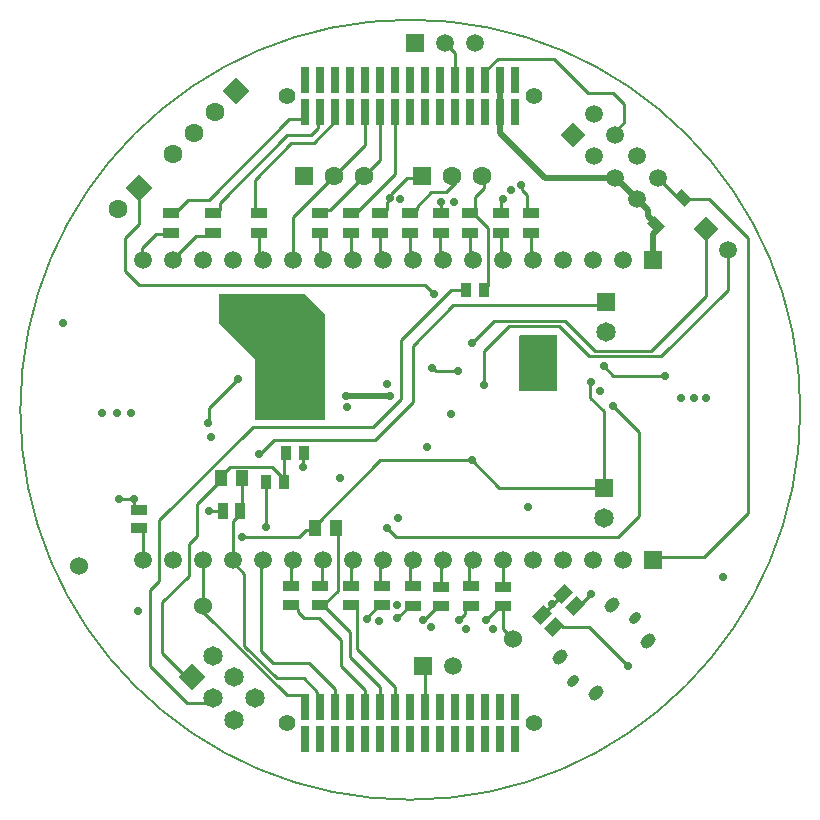
<source format=gbl>
G04*
G04 #@! TF.GenerationSoftware,Altium Limited,Altium Designer,22.3.1 (43)*
G04*
G04 Layer_Physical_Order=4*
G04 Layer_Color=16711680*
%FSLAX25Y25*%
%MOIN*%
G70*
G04*
G04 #@! TF.SameCoordinates,40EC2BD7-1702-4D78-AAFC-A13D33BD6AE8*
G04*
G04*
G04 #@! TF.FilePolarity,Positive*
G04*
G01*
G75*
%ADD14C,0.01000*%
%ADD15C,0.00700*%
%ADD16C,0.00500*%
%ADD26R,0.03740X0.05315*%
G04:AMPARAMS|DCode=51|XSize=55.12mil|YSize=39.37mil|CornerRadius=19.68mil|HoleSize=0mil|Usage=FLASHONLY|Rotation=225.000|XOffset=0mil|YOffset=0mil|HoleType=Round|Shape=RoundedRectangle|*
%AMROUNDEDRECTD51*
21,1,0.05512,0.00000,0,0,225.0*
21,1,0.01575,0.03937,0,0,225.0*
1,1,0.03937,-0.00557,-0.00557*
1,1,0.03937,0.00557,0.00557*
1,1,0.03937,0.00557,0.00557*
1,1,0.03937,-0.00557,-0.00557*
%
%ADD51ROUNDEDRECTD51*%
G04:AMPARAMS|DCode=52|XSize=45.28mil|YSize=29.53mil|CornerRadius=14.76mil|HoleSize=0mil|Usage=FLASHONLY|Rotation=225.000|XOffset=0mil|YOffset=0mil|HoleType=Round|Shape=RoundedRectangle|*
%AMROUNDEDRECTD52*
21,1,0.04528,0.00000,0,0,225.0*
21,1,0.01575,0.02953,0,0,225.0*
1,1,0.02953,-0.00557,-0.00557*
1,1,0.02953,0.00557,0.00557*
1,1,0.02953,0.00557,0.00557*
1,1,0.02953,-0.00557,-0.00557*
%
%ADD52ROUNDEDRECTD52*%
%ADD60R,0.03937X0.05315*%
%ADD62R,0.03543X0.05118*%
%ADD66C,0.02000*%
%ADD68C,0.06496*%
%ADD69R,0.06496X0.06496*%
%ADD70C,0.06000*%
%ADD71P,0.08908X4X270.0*%
%ADD72C,0.06299*%
%ADD73R,0.06299X0.06299*%
%ADD74C,0.05984*%
%ADD75P,0.08463X4X360.0*%
%ADD76R,0.05984X0.05984*%
%ADD77P,0.09187X4X360.0*%
%ADD78P,0.08352X4X360.0*%
%ADD79C,0.05906*%
%ADD80C,0.05512*%
%ADD81C,0.02800*%
G04:AMPARAMS|DCode=92|XSize=36mil|YSize=48mil|CornerRadius=0mil|HoleSize=0mil|Usage=FLASHONLY|Rotation=225.000|XOffset=0mil|YOffset=0mil|HoleType=Round|Shape=Rectangle|*
%AMROTATEDRECTD92*
4,1,4,-0.00424,0.02970,0.02970,-0.00424,0.00424,-0.02970,-0.02970,0.00424,-0.00424,0.02970,0.0*
%
%ADD92ROTATEDRECTD92*%

%ADD93R,0.02913X0.08740*%
%ADD94R,0.05315X0.03347*%
G04:AMPARAMS|DCode=95|XSize=53.15mil|YSize=39.37mil|CornerRadius=0mil|HoleSize=0mil|Usage=FLASHONLY|Rotation=225.000|XOffset=0mil|YOffset=0mil|HoleType=Round|Shape=Rectangle|*
%AMROTATEDRECTD95*
4,1,4,0.00487,0.03271,0.03271,0.00487,-0.00487,-0.03271,-0.03271,-0.00487,0.00487,0.03271,0.0*
%
%ADD95ROTATEDRECTD95*%

%ADD96R,0.05315X0.03740*%
G36*
X718057Y474603D02*
Y439276D01*
X694958D01*
X694485Y439749D01*
Y459700D01*
X682578Y471607D01*
X682508D01*
Y481234D01*
X711426D01*
X718057Y474603D01*
D02*
G37*
G36*
X795309Y467540D02*
Y448783D01*
X782711D01*
Y466688D01*
X782617Y467359D01*
X782949Y467733D01*
X795309Y467540D01*
D02*
G37*
D14*
X810825Y457229D02*
X814033Y454021D01*
X797968Y472242D02*
X807910Y462300D01*
X829917Y460500D02*
X852171Y482755D01*
X796075Y470436D02*
X806011Y460500D01*
X810825Y457229D02*
Y457401D01*
X806011Y460500D02*
X829917D01*
X807910Y462300D02*
X826746D01*
X845100Y480655D01*
X814033Y454021D02*
X831380D01*
X806452Y446539D02*
Y451799D01*
X806630Y451977D01*
X774282Y472242D02*
X797968D01*
X771045Y462138D02*
X779344Y470436D01*
X771045Y450790D02*
Y462138D01*
X779344Y470436D02*
X796075D01*
X815797Y400262D02*
X822675Y407140D01*
X741675Y400262D02*
X815797D01*
X738569Y403368D02*
X741675Y400262D01*
X678946Y438415D02*
X679185Y438655D01*
Y441923D01*
X659696Y382496D02*
X662800Y385600D01*
X659696Y357366D02*
Y382496D01*
Y357366D02*
X672042Y345020D01*
X663635Y361594D02*
X671856Y353373D01*
X662800Y385600D02*
Y405903D01*
X663635Y361594D02*
Y378468D01*
X672552Y387385D01*
X677625Y345020D02*
X679092Y346487D01*
X680579D01*
X672042Y345020D02*
X677625D01*
X776040Y416640D02*
X810852D01*
X736225Y425800D02*
X766880D01*
X776040Y416640D01*
X714514Y404089D02*
X736225Y425800D01*
X734702Y432672D02*
X747195Y445165D01*
X701005Y432672D02*
X734702D01*
X697013Y428681D02*
X701005Y432672D01*
X747195Y445165D02*
Y464101D01*
X760664Y477570D01*
X810859D01*
X707400Y492700D02*
Y506949D01*
X720932Y520481D01*
X731400Y530948D01*
X806452Y446539D02*
X810852Y442139D01*
X679185Y441923D02*
Y443299D01*
X688899Y453012D01*
X679392Y408841D02*
X683886D01*
X753599Y456458D02*
X754086D01*
X755062Y455481D02*
X762288D01*
X754086Y456458D02*
X755062Y455481D01*
X710491Y427663D02*
X711121Y428293D01*
X710491Y423540D02*
Y427663D01*
X777299Y369520D02*
Y377200D01*
Y369520D02*
X780646Y366174D01*
X828210Y393510D02*
X844193D01*
X827400Y392700D02*
X828210Y393510D01*
X844193D02*
X858900Y408217D01*
Y499900D01*
X845881Y512919D02*
X858900Y499900D01*
X837757Y512919D02*
X845881D01*
X837333Y513343D02*
X837757Y512919D01*
X651416Y499924D02*
X656030Y504539D01*
X651416Y488821D02*
Y499924D01*
Y488821D02*
X656030Y484207D01*
Y504539D02*
Y516548D01*
Y484207D02*
X751272D01*
X852171Y482755D02*
Y495929D01*
X845100Y480655D02*
Y503000D01*
X766888Y464848D02*
X774282Y472242D01*
X810859Y477570D02*
X811769Y478480D01*
X677400Y375231D02*
Y392700D01*
X705187Y347444D02*
X710443D01*
X677400Y375231D02*
X705187Y347444D01*
X672552Y387385D02*
Y398060D01*
X649160Y412943D02*
X654162D01*
Y410676D02*
Y412943D01*
X655532Y409306D02*
X655825D01*
X654162Y410676D02*
X655532Y409306D01*
X711631Y402505D02*
X713619D01*
X690394Y400341D02*
X709467D01*
X713619Y402505D02*
X714514Y403400D01*
X709467Y400341D02*
X711631Y402505D01*
X714514Y403400D02*
Y404089D01*
X687294Y399057D02*
X687400Y398951D01*
Y392700D02*
Y398951D01*
X687294Y405556D02*
X689792Y408054D01*
X687294Y399057D02*
Y405556D01*
X698265Y403526D02*
Y418593D01*
X698366Y418694D01*
X672552Y398060D02*
X675208Y400715D01*
X662800Y405903D02*
X693995Y437098D01*
X734037D01*
X683162Y420489D02*
X686430Y423758D01*
X700192D01*
X683162Y419800D02*
Y420489D01*
Y419111D02*
Y419800D01*
X734037Y437098D02*
X743208Y446268D01*
Y465812D01*
X760133Y482738D01*
X764943D01*
X751272Y484207D02*
X754245Y481234D01*
X772317Y484010D02*
Y503229D01*
X767384Y508161D02*
X772317Y503229D01*
X771045Y482738D02*
X772317Y484010D01*
X767072Y508473D02*
X767934Y509335D01*
X766760Y508161D02*
X767384D01*
X766400D02*
X766760D01*
X822675Y407140D02*
Y435145D01*
X813844Y443975D02*
X822675Y435145D01*
X810852Y416640D02*
Y442139D01*
X696799Y362178D02*
Y392832D01*
X716047Y373342D02*
X723404Y365985D01*
X710882Y373342D02*
X716047D01*
X708909Y375315D02*
X710882Y373342D01*
X828911Y520057D02*
X835625Y513343D01*
X837333D01*
X731400Y530948D02*
Y541826D01*
X736400Y525948D02*
Y541826D01*
X719636Y509185D02*
X736400Y525948D01*
X716215Y508154D02*
X717245Y509185D01*
X719636D01*
X700567Y358411D02*
X712675D01*
X721400Y343574D02*
Y349685D01*
X712675Y358411D02*
X721400Y349685D01*
X696799Y362178D02*
X700567Y358411D01*
X702073Y353104D02*
X710861D01*
X715443Y344531D02*
X716400Y343574D01*
X691082Y364094D02*
X702073Y353104D01*
X710861D02*
X715443Y348521D01*
Y344531D02*
Y348521D01*
X691082Y364094D02*
Y388018D01*
X777400Y512499D02*
Y512986D01*
X776503Y508154D02*
Y511602D01*
X777400Y512499D01*
X721601Y403400D02*
X722191Y402809D01*
X717448Y377473D02*
X722191Y382216D01*
Y402809D01*
X785239Y509031D02*
Y514317D01*
X783614Y515941D02*
X785239Y514317D01*
Y509031D02*
X785721Y508548D01*
X783614Y515941D02*
Y517353D01*
X783270Y517697D02*
X783614Y517353D01*
X745407Y519922D02*
X749624D01*
X739945Y514459D02*
X745407Y519922D01*
X749624D02*
X750197Y520495D01*
X756700Y508154D02*
Y512001D01*
X771561Y372516D02*
X775344Y376299D01*
X715670Y536608D02*
Y541096D01*
X716400Y541826D01*
X713262Y534199D02*
X715670Y536608D01*
X680701Y508154D02*
X681685D01*
X682859Y509328D01*
Y511731D01*
X705327Y534199D02*
X713262D01*
X682859Y511731D02*
X705327Y534199D01*
X728202Y508154D02*
X741400Y521352D01*
Y541826D01*
X758463Y515199D02*
X761760Y518497D01*
X753412Y515199D02*
X758463D01*
X748558Y510344D02*
X753412Y515199D01*
X761760Y520495D02*
Y521479D01*
X747384Y508187D02*
X748558Y509360D01*
Y510344D01*
X746400Y508187D02*
X747384D01*
X761760Y518497D02*
Y520495D01*
X770824Y516479D02*
Y519031D01*
X767934Y513589D02*
X770824Y516479D01*
X767934Y509335D02*
Y513589D01*
X770824Y519031D02*
X771303Y519511D01*
X772494D01*
X739496Y512720D02*
Y513207D01*
X738557Y509328D02*
Y511781D01*
X739496Y512720D01*
X739945Y513546D02*
Y514459D01*
X739600Y513201D02*
X739945Y513546D01*
X721400Y538913D02*
Y541826D01*
X714172Y531684D02*
X721400Y538913D01*
X706776Y531684D02*
X714172D01*
X738012Y508783D02*
X738557Y509328D01*
X736400Y508783D02*
X738012D01*
X736399Y508154D02*
Y508782D01*
X736400Y508783D01*
X675208Y400715D02*
Y411157D01*
X683162Y419111D01*
X710443Y347444D02*
X711400Y346487D01*
X704468Y419481D02*
Y427743D01*
Y418694D02*
Y419481D01*
Y427743D02*
X705019Y428293D01*
X711400Y343574D02*
Y346487D01*
X700192Y423758D02*
X704468Y419481D01*
X716464Y377473D02*
X717448D01*
X801425Y377232D02*
X802747D01*
X806630Y381114D01*
X796968Y370698D02*
X797455Y370211D01*
X806044D01*
X794404D02*
X794891Y370698D01*
X796968D01*
X806044Y370211D02*
X818976Y357279D01*
X797249Y381407D02*
X797249D01*
X790228Y374387D02*
X797249Y381407D01*
X655825Y403400D02*
X656030D01*
X657400Y402030D01*
Y392700D02*
Y402030D01*
X689792Y408841D02*
X690248Y409298D01*
Y419800D01*
X686900Y392200D02*
X691082Y388018D01*
X689792Y408054D02*
Y408841D01*
X696132Y492969D02*
X696400Y492700D01*
X696132Y492969D02*
Y501658D01*
X758057Y565000D02*
X761400Y561657D01*
Y552574D02*
Y561657D01*
X736400Y343574D02*
Y350393D01*
X726400Y360393D02*
X736400Y350393D01*
X726400Y360393D02*
Y368528D01*
X741400Y343574D02*
Y350353D01*
X728736Y363016D02*
X741400Y350353D01*
X728736Y363016D02*
Y376299D01*
X723404Y357297D02*
X731400Y349301D01*
Y343574D02*
Y349301D01*
X723404Y357297D02*
Y365985D01*
X718629Y376299D02*
X726400Y368528D01*
X727563Y377473D02*
X728736Y376299D01*
X726751Y377473D02*
X727563D01*
X706752Y377473D02*
X707736D01*
X708909Y375315D02*
Y376299D01*
X707736Y377473D02*
X708909Y376299D01*
X813898Y548204D02*
X817500Y544602D01*
X794334Y559645D02*
X805775Y548204D01*
X813898D01*
X815707Y536466D02*
X817500Y538258D01*
Y544602D01*
X814425Y533855D02*
X814769Y533511D01*
Y534199D01*
X815707Y534892D02*
Y536466D01*
X679283Y512670D02*
X706068Y539455D01*
X672441Y512670D02*
X679283D01*
X669099Y509328D02*
X672441Y512670D01*
X706068Y539455D02*
X710443D01*
X666646Y508154D02*
X667820Y509328D01*
X669099D01*
X665516Y508154D02*
X666646D01*
X665516D02*
X665798Y508437D01*
X694485Y519393D02*
X706776Y531684D01*
X694485Y509328D02*
Y519393D01*
X695658Y508154D02*
X696132D01*
X694485Y509328D02*
X695658Y508154D01*
X661523Y501282D02*
X667551D01*
X674976Y500576D02*
X681882D01*
X666709Y492309D02*
X674976Y500576D01*
X656996Y496756D02*
X661523Y501282D01*
X764487Y374509D02*
Y376214D01*
X762494Y372516D02*
X764487Y374509D01*
Y376214D02*
X765660Y377387D01*
X766644D01*
X755702Y377285D02*
X756073D01*
X751464Y373046D02*
X755702Y377285D01*
X750918Y373046D02*
X751464D01*
X750574Y372702D02*
X750918Y373046D01*
X756601Y385007D02*
Y393755D01*
X746400Y384408D02*
Y393140D01*
X741900Y373430D02*
X742244Y373774D01*
X742758D02*
X746371Y377387D01*
X742244Y373774D02*
X742758D01*
X732065Y373430D02*
X736108Y377473D01*
X732065Y373075D02*
Y373430D01*
X736108Y377473D02*
X737093D01*
X737785Y384449D02*
X739132D01*
X736400Y384748D02*
Y392700D01*
Y384748D02*
X737093Y384056D01*
X718057Y376863D02*
X718621Y376299D01*
X718629D01*
X717087Y383835D02*
Y392565D01*
X706752Y384190D02*
Y392922D01*
X786617Y491997D02*
Y501349D01*
X776503Y492054D02*
Y501406D01*
X766268Y491930D02*
Y501282D01*
X756400Y492641D02*
Y501993D01*
X746400Y492700D02*
Y501546D01*
X746523D01*
X747841Y502864D01*
Y502987D01*
X736400Y492700D02*
Y501574D01*
X726556Y492572D02*
Y501924D01*
X716215Y492885D02*
Y501236D01*
Y492885D02*
X716400Y492700D01*
X656996Y492831D02*
Y496756D01*
X750660Y357279D02*
X751400Y356539D01*
Y343574D02*
Y356539D01*
X777299Y384778D02*
Y393510D01*
X765875Y384966D02*
Y393698D01*
X746371Y377387D02*
X747355D01*
X726751Y385051D02*
Y393783D01*
X710443Y539455D02*
X711400Y540412D01*
Y541826D01*
X775558Y559645D02*
X794334D01*
X771400Y552574D02*
Y555487D01*
X775558Y559645D01*
D15*
X783510Y460624D02*
Y458125D01*
X784010Y457625D01*
X785009D01*
X785509Y458125D01*
Y460624D01*
X786509Y457625D02*
X787509D01*
X787009D01*
Y460624D01*
X786509Y460124D01*
D16*
X876400Y442700D02*
G03*
X876400Y442700I-130000J0D01*
G01*
D26*
X689792Y408841D02*
D03*
X683886D02*
D03*
D51*
X825545Y365506D02*
D03*
X813575Y377477D02*
D03*
X808285Y348246D02*
D03*
X796315Y360216D02*
D03*
D52*
X821370Y373301D02*
D03*
X800490Y352422D02*
D03*
D60*
X690248Y419800D02*
D03*
X683162D02*
D03*
X721601Y403400D02*
D03*
X714514D02*
D03*
D62*
X771045Y482738D02*
D03*
X764943D02*
D03*
X705019Y428293D02*
D03*
X711121D02*
D03*
X698366Y418694D02*
D03*
X704468D02*
D03*
D66*
X821871Y513017D02*
X825593Y509295D01*
Y507363D02*
Y509295D01*
Y507363D02*
X828211Y504744D01*
Y504221D02*
Y504744D01*
X828635Y502666D02*
Y503797D01*
X827400Y492700D02*
Y501431D01*
X828635Y502666D01*
X724964Y447208D02*
X739722D01*
X724943Y447229D02*
X724964Y447208D01*
X739722D02*
X739743Y447187D01*
X776400Y535057D02*
X791400Y520057D01*
X814769D01*
X815324Y519501D02*
X821840Y512986D01*
X776400Y541826D02*
Y552574D01*
Y535057D02*
Y541826D01*
D68*
X811769Y468480D02*
D03*
X810852Y406640D02*
D03*
X694722Y346487D02*
D03*
X687650Y353558D02*
D03*
Y339416D02*
D03*
X680579Y346487D02*
D03*
Y360630D02*
D03*
D69*
X811769Y478480D02*
D03*
X810852Y416640D02*
D03*
D70*
X636100Y390600D02*
D03*
X677400Y377285D02*
D03*
X780646Y366174D02*
D03*
D71*
X656030Y516548D02*
D03*
X688400Y549100D02*
D03*
D72*
X648959Y509477D02*
D03*
X770197Y520495D02*
D03*
X760197D02*
D03*
X720932Y520481D02*
D03*
X730932D02*
D03*
X681329Y542029D02*
D03*
X674258Y534958D02*
D03*
X667187Y527887D02*
D03*
D73*
X750197Y520495D02*
D03*
X710932Y520481D02*
D03*
D74*
X697400Y392700D02*
D03*
X852171Y495929D02*
D03*
X667400Y392700D02*
D03*
X758057Y565000D02*
D03*
X768057D02*
D03*
X687400Y392700D02*
D03*
X707400D02*
D03*
X727400D02*
D03*
X747400D02*
D03*
X757400D02*
D03*
X777400D02*
D03*
X787400D02*
D03*
X797400D02*
D03*
X817400D02*
D03*
X807400D02*
D03*
X767400D02*
D03*
X737400D02*
D03*
X717400D02*
D03*
X677400D02*
D03*
X657400D02*
D03*
X760660Y357279D02*
D03*
X657400Y492700D02*
D03*
X667400D02*
D03*
X677400D02*
D03*
X717400D02*
D03*
X737400D02*
D03*
X767400D02*
D03*
X807400D02*
D03*
X817400D02*
D03*
X797400D02*
D03*
X787400D02*
D03*
X777400D02*
D03*
X757400D02*
D03*
X747400D02*
D03*
X727400D02*
D03*
X707400D02*
D03*
X697400D02*
D03*
X687400D02*
D03*
D75*
X845100Y503000D02*
D03*
D76*
X748058Y565000D02*
D03*
X827400Y392700D02*
D03*
X750660Y357279D02*
D03*
X827400Y492700D02*
D03*
D77*
X673508Y353558D02*
D03*
D78*
X800626Y534199D02*
D03*
D79*
X807697Y541270D02*
D03*
Y527128D02*
D03*
X814769Y534199D02*
D03*
Y520057D02*
D03*
X821840Y512986D02*
D03*
Y527128D02*
D03*
X828911Y520057D02*
D03*
D80*
X787652Y338200D02*
D03*
X705148Y338200D02*
D03*
Y547200D02*
D03*
X787652D02*
D03*
D81*
X726400Y543211D02*
D03*
X810825Y457401D02*
D03*
X806630Y451977D02*
D03*
X809552Y448783D02*
D03*
X643562Y441539D02*
D03*
X648483D02*
D03*
X653273D02*
D03*
X840948Y446637D02*
D03*
X836762D02*
D03*
X845100Y446695D02*
D03*
X759972Y441184D02*
D03*
X787242Y450840D02*
D03*
X792708D02*
D03*
X784604Y454360D02*
D03*
X787042Y458625D02*
D03*
X784765Y461625D02*
D03*
X766888Y464848D02*
D03*
X787242Y465242D02*
D03*
X789388Y454425D02*
D03*
X792354Y458625D02*
D03*
X789388Y461709D02*
D03*
X792887Y465242D02*
D03*
X783270Y517697D02*
D03*
X741400Y552574D02*
D03*
X679392Y408841D02*
D03*
X738569Y403368D02*
D03*
X766400Y552574D02*
D03*
X756400Y552574D02*
D03*
X751400Y552574D02*
D03*
X630699Y471607D02*
D03*
X762494Y372516D02*
D03*
X750574Y372702D02*
D03*
X741900Y373430D02*
D03*
X732065Y373075D02*
D03*
X707931Y478357D02*
D03*
X726400Y552579D02*
D03*
X736400Y552574D02*
D03*
X726400Y343574D02*
D03*
X685299Y475726D02*
D03*
X709991Y474284D02*
D03*
X705148Y475398D02*
D03*
X701920Y478665D02*
D03*
X698601Y475398D02*
D03*
X695000Y479028D02*
D03*
X691707Y475881D02*
D03*
X688700Y479028D02*
D03*
X710125Y446606D02*
D03*
X707736Y460495D02*
D03*
X703826Y446606D02*
D03*
X704106Y457238D02*
D03*
X688899Y453012D02*
D03*
X751400Y332826D02*
D03*
X781400Y332826D02*
D03*
Y343574D02*
D03*
X766400Y332826D02*
D03*
Y343574D02*
D03*
X756400Y332826D02*
D03*
Y343574D02*
D03*
X746400Y332826D02*
D03*
Y343574D02*
D03*
X736400Y332826D02*
D03*
X716400Y332826D02*
D03*
X731400D02*
D03*
X726400Y332826D02*
D03*
X721400Y332826D02*
D03*
X739743Y447187D02*
D03*
X724943Y447229D02*
D03*
X754245Y481234D02*
D03*
X704106Y451125D02*
D03*
X707400Y448827D02*
D03*
X706644Y453776D02*
D03*
X764943Y369611D02*
D03*
X774078Y369508D02*
D03*
X698265Y403526D02*
D03*
X690394Y400341D02*
D03*
X771045Y450790D02*
D03*
X751400Y541826D02*
D03*
X710491Y423540D02*
D03*
X751928Y430156D02*
D03*
X785741Y410265D02*
D03*
X813844Y443975D02*
D03*
X695875Y428010D02*
D03*
X753599Y456458D02*
D03*
X762288Y455481D02*
D03*
X777400Y512986D02*
D03*
X780041Y516086D02*
D03*
X766880Y425800D02*
D03*
X678946Y438415D02*
D03*
X781400Y552574D02*
D03*
Y541826D02*
D03*
X766400D02*
D03*
X761447Y541880D02*
D03*
X746400Y541826D02*
D03*
X756400Y541826D02*
D03*
X731400Y552574D02*
D03*
X721400Y552574D02*
D03*
X756700Y512001D02*
D03*
X741400Y332826D02*
D03*
X771561Y372516D02*
D03*
X743089Y512989D02*
D03*
X761072Y512101D02*
D03*
X739496Y513207D02*
D03*
X711400Y552574D02*
D03*
X716400D02*
D03*
X742098Y377715D02*
D03*
X735961Y372302D02*
D03*
X753255Y370211D02*
D03*
X655763Y375487D02*
D03*
X654162Y412943D02*
D03*
X649160D02*
D03*
X850600Y386791D02*
D03*
X806630Y381114D02*
D03*
X818976Y357279D02*
D03*
X793738Y377897D02*
D03*
X771400Y541826D02*
D03*
X711400Y541826D02*
D03*
X746400Y552574D02*
D03*
X711400Y332826D02*
D03*
X742244Y406516D02*
D03*
X831380Y454021D02*
D03*
X723058Y419839D02*
D03*
X725436Y443447D02*
D03*
X738698Y451322D02*
D03*
X679937Y433566D02*
D03*
D92*
X828211Y504221D02*
D03*
X837333Y513343D02*
D03*
D93*
X741400Y552574D02*
D03*
X721400Y343574D02*
D03*
Y552574D02*
D03*
X741400Y332826D02*
D03*
X716400Y541826D02*
D03*
X711400Y332826D02*
D03*
X711400Y343574D02*
D03*
X716400Y332826D02*
D03*
Y343574D02*
D03*
X721400Y332826D02*
D03*
X726400Y332826D02*
D03*
X726400Y343574D02*
D03*
X731400Y332826D02*
D03*
Y343574D02*
D03*
X736400Y332826D02*
D03*
X736400Y343574D02*
D03*
X741400D02*
D03*
X746400Y332826D02*
D03*
Y343574D02*
D03*
X751400Y332826D02*
D03*
X751400Y343574D02*
D03*
X756400Y332826D02*
D03*
Y343574D02*
D03*
X761400Y332826D02*
D03*
X761400Y343574D02*
D03*
X766400Y332826D02*
D03*
Y343574D02*
D03*
X771400Y332826D02*
D03*
Y343574D02*
D03*
X776400Y332826D02*
D03*
Y343574D02*
D03*
X781400Y332826D02*
D03*
Y343574D02*
D03*
Y552574D02*
D03*
Y541826D02*
D03*
X776400Y552574D02*
D03*
Y541826D02*
D03*
X771400Y552574D02*
D03*
Y541826D02*
D03*
X766400Y552574D02*
D03*
Y541826D02*
D03*
X761400Y552574D02*
D03*
Y541826D02*
D03*
X756400Y552574D02*
D03*
Y541826D02*
D03*
X751400Y552574D02*
D03*
Y541826D02*
D03*
X746400Y552574D02*
D03*
X746400Y541826D02*
D03*
X741400Y541826D02*
D03*
X736400Y552574D02*
D03*
Y541826D02*
D03*
X731400Y552574D02*
D03*
X731400Y541826D02*
D03*
X726400Y552574D02*
D03*
Y541826D02*
D03*
X721400Y541826D02*
D03*
X716400Y552574D02*
D03*
X711400D02*
D03*
Y541826D02*
D03*
D94*
X786617Y508154D02*
D03*
X756700Y508154D02*
D03*
X777299Y377200D02*
D03*
X680701Y508154D02*
D03*
X746400Y501691D02*
D03*
Y508187D02*
D03*
X756601Y383696D02*
D03*
Y377200D02*
D03*
X716215Y508154D02*
D03*
Y501658D02*
D03*
X736399Y508154D02*
D03*
Y501658D02*
D03*
X680701D02*
D03*
X737093Y383969D02*
D03*
Y377473D02*
D03*
X666646Y508154D02*
D03*
Y501658D02*
D03*
X716464Y383969D02*
D03*
Y377473D02*
D03*
X766400Y508161D02*
D03*
Y501665D02*
D03*
X696132Y508154D02*
D03*
Y501658D02*
D03*
X756700Y501658D02*
D03*
X706752Y383969D02*
D03*
Y377473D02*
D03*
X776503Y508154D02*
D03*
Y501658D02*
D03*
X786617D02*
D03*
X777299Y383696D02*
D03*
X747355Y383883D02*
D03*
Y377387D02*
D03*
X766644Y383884D02*
D03*
Y377387D02*
D03*
X726751Y383969D02*
D03*
Y377473D02*
D03*
X726556Y508154D02*
D03*
Y501658D02*
D03*
D95*
X790228Y374387D02*
D03*
X794404Y370211D02*
D03*
X797249Y381407D02*
D03*
X801425Y377232D02*
D03*
D96*
X655825Y403400D02*
D03*
Y409306D02*
D03*
M02*

</source>
